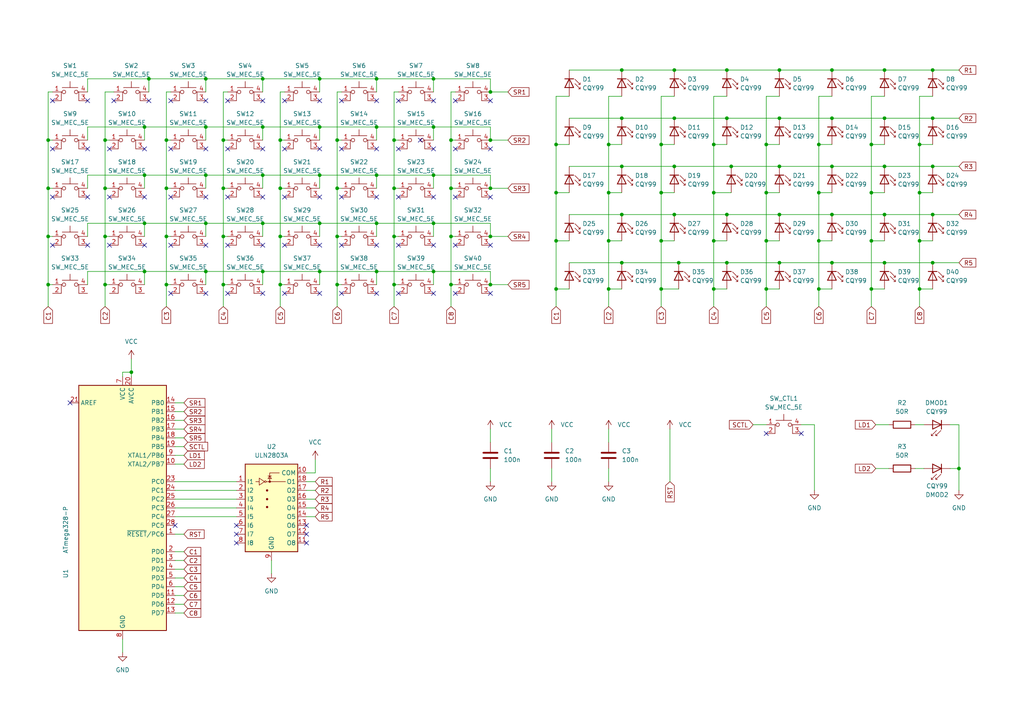
<source format=kicad_sch>
(kicad_sch (version 20230121) (generator eeschema)
  (paper "A4")
  (junction (at 207.01 83.82))
  (junction (at 142.24 40.64))
  (junction (at 92.71 36.83))
  (junction (at 237.49 55.88))
  (junction (at 237.49 41.91))
  (junction (at 125.73 78.74))
  (junction (at 48.26 40.64))
  (junction (at 114.3 68.58))
  (junction (at 97.79 54.61))
  (junction (at 97.79 68.58))
  (junction (at 76.2 50.8))
  (junction (at 176.53 83.82))
  (junction (at 13.97 82.55))
  (junction (at 252.73 83.82))
  (junction (at 81.28 68.58))
  (junction (at 191.77 41.91))
  (junction (at 180.34 34.29))
  (junction (at 130.81 82.55))
  (junction (at 161.29 83.82))
  (junction (at 125.73 64.77))
  (junction (at 180.34 20.32))
  (junction (at 76.2 36.83))
  (junction (at 125.73 22.86))
  (junction (at 114.3 54.61))
  (junction (at 125.73 36.83))
  (junction (at 270.51 20.32))
  (junction (at 76.2 64.77))
  (junction (at 270.51 34.29))
  (junction (at 161.29 69.85))
  (junction (at 210.82 76.2))
  (junction (at 59.69 36.83))
  (junction (at 212.09 48.26))
  (junction (at 142.24 54.61))
  (junction (at 241.3 48.26))
  (junction (at 207.01 69.85))
  (junction (at 76.2 22.86))
  (junction (at 226.06 34.29))
  (junction (at 195.58 48.26))
  (junction (at 270.51 62.23))
  (junction (at 76.2 78.74))
  (junction (at 210.82 20.32))
  (junction (at 109.22 36.83))
  (junction (at 207.01 41.91))
  (junction (at 109.22 22.86))
  (junction (at 161.29 55.88))
  (junction (at 241.3 62.23))
  (junction (at 180.34 62.23))
  (junction (at 191.77 83.82))
  (junction (at 195.58 20.32))
  (junction (at 30.48 54.61))
  (junction (at 210.82 34.29))
  (junction (at 13.97 40.64))
  (junction (at 81.28 40.64))
  (junction (at 41.91 78.74))
  (junction (at 38.1 107.95))
  (junction (at 92.71 64.77))
  (junction (at 109.22 78.74))
  (junction (at 64.77 68.58))
  (junction (at 13.97 68.58))
  (junction (at 237.49 83.82))
  (junction (at 130.81 54.61))
  (junction (at 256.54 48.26))
  (junction (at 13.97 54.61))
  (junction (at 266.7 55.88))
  (junction (at 191.77 69.85))
  (junction (at 41.91 50.8))
  (junction (at 142.24 68.58))
  (junction (at 81.28 54.61))
  (junction (at 252.73 69.85))
  (junction (at 222.25 83.82))
  (junction (at 176.53 69.85))
  (junction (at 222.25 55.88))
  (junction (at 92.71 22.86))
  (junction (at 64.77 40.64))
  (junction (at 59.69 78.74))
  (junction (at 114.3 40.64))
  (junction (at 195.58 62.23))
  (junction (at 270.51 76.2))
  (junction (at 226.06 62.23))
  (junction (at 130.81 68.58))
  (junction (at 142.24 82.55))
  (junction (at 59.69 64.77))
  (junction (at 41.91 36.83))
  (junction (at 256.54 34.29))
  (junction (at 114.3 82.55))
  (junction (at 241.3 34.29))
  (junction (at 241.3 20.32))
  (junction (at 191.77 55.88))
  (junction (at 142.24 26.67))
  (junction (at 92.71 50.8))
  (junction (at 125.73 50.8))
  (junction (at 207.01 55.88))
  (junction (at 48.26 54.61))
  (junction (at 30.48 40.64))
  (junction (at 241.3 76.2))
  (junction (at 92.71 78.74))
  (junction (at 266.7 83.82))
  (junction (at 196.85 76.2))
  (junction (at 256.54 76.2))
  (junction (at 161.29 41.91))
  (junction (at 266.7 41.91))
  (junction (at 180.34 76.2))
  (junction (at 59.69 50.8))
  (junction (at 252.73 41.91))
  (junction (at 278.13 135.89))
  (junction (at 130.81 40.64))
  (junction (at 81.28 82.55))
  (junction (at 64.77 82.55))
  (junction (at 97.79 40.64))
  (junction (at 222.25 41.91))
  (junction (at 48.26 68.58))
  (junction (at 256.54 20.32))
  (junction (at 176.53 41.91))
  (junction (at 43.18 22.86))
  (junction (at 97.79 82.55))
  (junction (at 195.58 34.29))
  (junction (at 256.54 62.23))
  (junction (at 180.34 48.26))
  (junction (at 41.91 64.77))
  (junction (at 226.06 48.26))
  (junction (at 226.06 20.32))
  (junction (at 237.49 69.85))
  (junction (at 48.26 82.55))
  (junction (at 210.82 62.23))
  (junction (at 59.69 22.86))
  (junction (at 270.51 48.26))
  (junction (at 266.7 69.85))
  (junction (at 109.22 64.77))
  (junction (at 30.48 82.55))
  (junction (at 222.25 69.85))
  (junction (at 109.22 50.8))
  (junction (at 252.73 55.88))
  (junction (at 226.06 76.2))
  (junction (at 30.48 68.58))
  (junction (at 64.77 54.61))
  (junction (at 176.53 55.88))
  (no_connect (at 50.8 152.4))
  (no_connect (at 99.06 85.09))
  (no_connect (at 109.22 85.09))
  (no_connect (at 92.71 85.09))
  (no_connect (at 82.55 85.09))
  (no_connect (at 115.57 85.09))
  (no_connect (at 125.73 85.09))
  (no_connect (at 142.24 85.09))
  (no_connect (at 132.08 85.09))
  (no_connect (at 20.32 116.84))
  (no_connect (at 49.53 85.09))
  (no_connect (at 59.69 85.09))
  (no_connect (at 66.04 85.09))
  (no_connect (at 76.2 85.09))
  (no_connect (at 66.04 43.18))
  (no_connect (at 76.2 43.18))
  (no_connect (at 31.75 43.18))
  (no_connect (at 41.91 43.18))
  (no_connect (at 99.06 43.18))
  (no_connect (at 109.22 43.18))
  (no_connect (at 115.57 43.18))
  (no_connect (at 99.06 29.21))
  (no_connect (at 59.69 43.18))
  (no_connect (at 109.22 29.21))
  (no_connect (at 115.57 29.21))
  (no_connect (at 125.73 43.18))
  (no_connect (at 132.08 43.18))
  (no_connect (at 142.24 57.15))
  (no_connect (at 125.73 57.15))
  (no_connect (at 142.24 71.12))
  (no_connect (at 125.73 71.12))
  (no_connect (at 132.08 57.15))
  (no_connect (at 132.08 71.12))
  (no_connect (at 115.57 71.12))
  (no_connect (at 109.22 57.15))
  (no_connect (at 115.57 57.15))
  (no_connect (at 99.06 71.12))
  (no_connect (at 59.69 71.12))
  (no_connect (at 109.22 71.12))
  (no_connect (at 59.69 57.15))
  (no_connect (at 99.06 57.15))
  (no_connect (at 49.53 43.18))
  (no_connect (at 49.53 57.15))
  (no_connect (at 41.91 57.15))
  (no_connect (at 31.75 57.15))
  (no_connect (at 25.4 43.18))
  (no_connect (at 15.24 43.18))
  (no_connect (at 25.4 57.15))
  (no_connect (at 15.24 57.15))
  (no_connect (at 15.24 71.12))
  (no_connect (at 25.4 71.12))
  (no_connect (at 31.75 71.12))
  (no_connect (at 41.91 71.12))
  (no_connect (at 49.53 71.12))
  (no_connect (at 121.92 40.64))
  (no_connect (at 125.73 29.21))
  (no_connect (at 142.24 29.21))
  (no_connect (at 142.24 43.18))
  (no_connect (at 132.08 29.21))
  (no_connect (at 66.04 29.21))
  (no_connect (at 76.2 29.21))
  (no_connect (at 82.55 43.18))
  (no_connect (at 82.55 29.21))
  (no_connect (at 49.53 29.21))
  (no_connect (at 43.18 29.21))
  (no_connect (at 33.02 29.21))
  (no_connect (at 92.71 57.15))
  (no_connect (at 82.55 57.15))
  (no_connect (at 76.2 57.15))
  (no_connect (at 66.04 57.15))
  (no_connect (at 92.71 43.18))
  (no_connect (at 92.71 29.21))
  (no_connect (at 59.69 29.21))
  (no_connect (at 92.71 71.12))
  (no_connect (at 82.55 71.12))
  (no_connect (at 76.2 71.12))
  (no_connect (at 66.04 71.12))
  (no_connect (at 15.24 29.21))
  (no_connect (at 25.4 29.21))
  (no_connect (at 232.41 125.73))
  (no_connect (at 222.25 125.73))
  (no_connect (at 88.9 157.48))
  (no_connect (at 88.9 152.4))
  (no_connect (at 88.9 154.94))
  (no_connect (at 68.58 154.94))
  (no_connect (at 68.58 152.4))
  (no_connect (at 68.58 157.48))
  (wire (pts (xy 266.7 69.85) (xy 266.7 55.88)))
  (wire (pts (xy 142.24 135.89) (xy 142.24 139.7)))
  (wire (pts (xy 125.73 36.83) (xy 125.73 40.64)))
  (wire (pts (xy 97.79 82.55) (xy 99.06 82.55)))
  (wire (pts (xy 92.71 78.74) (xy 92.71 82.55)))
  (wire (pts (xy 53.34 119.38) (xy 50.8 119.38)))
  (wire (pts (xy 256.54 34.29) (xy 270.51 34.29)))
  (wire (pts (xy 256.54 76.2) (xy 270.51 76.2)))
  (wire (pts (xy 97.79 68.58) (xy 99.06 68.58)))
  (wire (pts (xy 266.7 41.91) (xy 266.7 27.94)))
  (wire (pts (xy 59.69 36.83) (xy 59.69 40.64)))
  (wire (pts (xy 130.81 68.58) (xy 130.81 82.55)))
  (wire (pts (xy 212.09 48.26) (xy 226.06 48.26)))
  (wire (pts (xy 236.22 123.19) (xy 232.41 123.19)))
  (wire (pts (xy 114.3 40.64) (xy 115.57 40.64)))
  (wire (pts (xy 142.24 36.83) (xy 142.24 40.64)))
  (wire (pts (xy 130.81 26.67) (xy 130.81 40.64)))
  (wire (pts (xy 142.24 68.58) (xy 147.32 68.58)))
  (wire (pts (xy 222.25 41.91) (xy 222.25 27.94)))
  (wire (pts (xy 160.02 124.46) (xy 160.02 128.27)))
  (wire (pts (xy 41.91 36.83) (xy 41.91 40.64)))
  (wire (pts (xy 48.26 68.58) (xy 49.53 68.58)))
  (wire (pts (xy 161.29 69.85) (xy 161.29 83.82)))
  (wire (pts (xy 64.77 82.55) (xy 64.77 88.9)))
  (wire (pts (xy 210.82 83.82) (xy 207.01 83.82)))
  (wire (pts (xy 25.4 36.83) (xy 41.91 36.83)))
  (wire (pts (xy 97.79 54.61) (xy 97.79 68.58)))
  (wire (pts (xy 191.77 27.94) (xy 191.77 41.91)))
  (wire (pts (xy 48.26 68.58) (xy 48.26 82.55)))
  (wire (pts (xy 195.58 27.94) (xy 191.77 27.94)))
  (wire (pts (xy 81.28 82.55) (xy 82.55 82.55)))
  (wire (pts (xy 165.1 20.32) (xy 180.34 20.32)))
  (wire (pts (xy 194.31 124.46) (xy 194.31 139.7)))
  (wire (pts (xy 91.44 144.78) (xy 88.9 144.78)))
  (wire (pts (xy 50.8 162.56) (xy 53.34 162.56)))
  (wire (pts (xy 114.3 40.64) (xy 114.3 54.61)))
  (wire (pts (xy 50.8 167.64) (xy 53.34 167.64)))
  (wire (pts (xy 195.58 62.23) (xy 210.82 62.23)))
  (wire (pts (xy 125.73 78.74) (xy 125.73 82.55)))
  (wire (pts (xy 30.48 54.61) (xy 31.75 54.61)))
  (wire (pts (xy 97.79 40.64) (xy 97.79 54.61)))
  (wire (pts (xy 109.22 22.86) (xy 109.22 26.67)))
  (wire (pts (xy 25.4 78.74) (xy 41.91 78.74)))
  (wire (pts (xy 207.01 55.88) (xy 207.01 41.91)))
  (wire (pts (xy 30.48 26.67) (xy 30.48 40.64)))
  (wire (pts (xy 76.2 22.86) (xy 92.71 22.86)))
  (wire (pts (xy 48.26 40.64) (xy 49.53 40.64)))
  (wire (pts (xy 252.73 69.85) (xy 252.73 55.88)))
  (wire (pts (xy 180.34 20.32) (xy 195.58 20.32)))
  (wire (pts (xy 92.71 36.83) (xy 92.71 40.64)))
  (wire (pts (xy 237.49 69.85) (xy 241.3 69.85)))
  (wire (pts (xy 114.3 54.61) (xy 114.3 68.58)))
  (wire (pts (xy 207.01 83.82) (xy 207.01 88.9)))
  (wire (pts (xy 252.73 55.88) (xy 256.54 55.88)))
  (wire (pts (xy 25.4 82.55) (xy 25.4 78.74)))
  (wire (pts (xy 160.02 135.89) (xy 160.02 139.7)))
  (wire (pts (xy 76.2 50.8) (xy 76.2 54.61)))
  (wire (pts (xy 237.49 83.82) (xy 237.49 88.9)))
  (wire (pts (xy 64.77 54.61) (xy 66.04 54.61)))
  (wire (pts (xy 207.01 41.91) (xy 210.82 41.91)))
  (wire (pts (xy 256.54 83.82) (xy 252.73 83.82)))
  (wire (pts (xy 81.28 68.58) (xy 81.28 82.55)))
  (wire (pts (xy 91.44 137.16) (xy 91.44 133.35)))
  (wire (pts (xy 41.91 64.77) (xy 41.91 68.58)))
  (wire (pts (xy 222.25 69.85) (xy 222.25 55.88)))
  (wire (pts (xy 176.53 41.91) (xy 180.34 41.91)))
  (wire (pts (xy 91.44 147.32) (xy 88.9 147.32)))
  (wire (pts (xy 207.01 27.94) (xy 210.82 27.94)))
  (wire (pts (xy 109.22 78.74) (xy 125.73 78.74)))
  (wire (pts (xy 50.8 170.18) (xy 53.34 170.18)))
  (wire (pts (xy 30.48 82.55) (xy 31.75 82.55)))
  (wire (pts (xy 125.73 50.8) (xy 142.24 50.8)))
  (wire (pts (xy 256.54 48.26) (xy 270.51 48.26)))
  (wire (pts (xy 176.53 55.88) (xy 180.34 55.88)))
  (wire (pts (xy 25.4 50.8) (xy 41.91 50.8)))
  (wire (pts (xy 53.34 116.84) (xy 50.8 116.84)))
  (wire (pts (xy 142.24 22.86) (xy 142.24 26.67)))
  (wire (pts (xy 278.13 123.19) (xy 278.13 135.89)))
  (wire (pts (xy 252.73 83.82) (xy 252.73 88.9)))
  (wire (pts (xy 226.06 34.29) (xy 241.3 34.29)))
  (wire (pts (xy 99.06 26.67) (xy 97.79 26.67)))
  (wire (pts (xy 165.1 27.94) (xy 161.29 27.94)))
  (wire (pts (xy 15.24 26.67) (xy 13.97 26.67)))
  (wire (pts (xy 41.91 78.74) (xy 59.69 78.74)))
  (wire (pts (xy 92.71 64.77) (xy 92.71 68.58)))
  (wire (pts (xy 59.69 22.86) (xy 76.2 22.86)))
  (wire (pts (xy 53.34 124.46) (xy 50.8 124.46)))
  (wire (pts (xy 88.9 137.16) (xy 91.44 137.16)))
  (wire (pts (xy 50.8 139.7) (xy 68.58 139.7)))
  (wire (pts (xy 114.3 82.55) (xy 115.57 82.55)))
  (wire (pts (xy 92.71 64.77) (xy 109.22 64.77)))
  (wire (pts (xy 30.48 82.55) (xy 30.48 88.9)))
  (wire (pts (xy 142.24 78.74) (xy 142.24 82.55)))
  (wire (pts (xy 207.01 41.91) (xy 207.01 27.94)))
  (wire (pts (xy 81.28 68.58) (xy 82.55 68.58)))
  (wire (pts (xy 241.3 62.23) (xy 256.54 62.23)))
  (wire (pts (xy 25.4 54.61) (xy 25.4 50.8)))
  (wire (pts (xy 13.97 68.58) (xy 13.97 82.55)))
  (wire (pts (xy 48.26 82.55) (xy 48.26 88.9)))
  (wire (pts (xy 278.13 135.89) (xy 278.13 142.24)))
  (wire (pts (xy 91.44 142.24) (xy 88.9 142.24)))
  (wire (pts (xy 270.51 34.29) (xy 278.13 34.29)))
  (wire (pts (xy 13.97 40.64) (xy 13.97 54.61)))
  (wire (pts (xy 91.44 149.86) (xy 88.9 149.86)))
  (wire (pts (xy 142.24 124.46) (xy 142.24 128.27)))
  (wire (pts (xy 50.8 165.1) (xy 53.34 165.1)))
  (wire (pts (xy 161.29 83.82) (xy 165.1 83.82)))
  (wire (pts (xy 92.71 50.8) (xy 109.22 50.8)))
  (wire (pts (xy 226.06 20.32) (xy 241.3 20.32)))
  (wire (pts (xy 81.28 26.67) (xy 81.28 40.64)))
  (wire (pts (xy 109.22 22.86) (xy 125.73 22.86)))
  (wire (pts (xy 252.73 41.91) (xy 252.73 27.94)))
  (wire (pts (xy 191.77 69.85) (xy 195.58 69.85)))
  (wire (pts (xy 53.34 154.94) (xy 50.8 154.94)))
  (wire (pts (xy 142.24 82.55) (xy 147.32 82.55)))
  (wire (pts (xy 207.01 69.85) (xy 210.82 69.85)))
  (wire (pts (xy 97.79 40.64) (xy 99.06 40.64)))
  (wire (pts (xy 142.24 64.77) (xy 142.24 68.58)))
  (wire (pts (xy 195.58 34.29) (xy 210.82 34.29)))
  (wire (pts (xy 165.1 62.23) (xy 180.34 62.23)))
  (wire (pts (xy 92.71 50.8) (xy 92.71 54.61)))
  (wire (pts (xy 35.56 189.23) (xy 35.56 185.42)))
  (wire (pts (xy 191.77 83.82) (xy 191.77 88.9)))
  (wire (pts (xy 176.53 135.89) (xy 176.53 139.7)))
  (wire (pts (xy 125.73 22.86) (xy 142.24 22.86)))
  (wire (pts (xy 115.57 26.67) (xy 114.3 26.67)))
  (wire (pts (xy 59.69 22.86) (xy 59.69 26.67)))
  (wire (pts (xy 254 123.19) (xy 257.81 123.19)))
  (wire (pts (xy 176.53 41.91) (xy 176.53 55.88)))
  (wire (pts (xy 142.24 54.61) (xy 147.32 54.61)))
  (wire (pts (xy 237.49 55.88) (xy 237.49 41.91)))
  (wire (pts (xy 50.8 147.32) (xy 68.58 147.32)))
  (wire (pts (xy 237.49 83.82) (xy 237.49 69.85)))
  (wire (pts (xy 13.97 26.67) (xy 13.97 40.64)))
  (wire (pts (xy 91.44 139.7) (xy 88.9 139.7)))
  (wire (pts (xy 25.4 68.58) (xy 25.4 64.77)))
  (wire (pts (xy 50.8 149.86) (xy 68.58 149.86)))
  (wire (pts (xy 114.3 68.58) (xy 115.57 68.58)))
  (wire (pts (xy 114.3 82.55) (xy 114.3 88.9)))
  (wire (pts (xy 76.2 64.77) (xy 92.71 64.77)))
  (wire (pts (xy 130.81 54.61) (xy 132.08 54.61)))
  (wire (pts (xy 191.77 83.82) (xy 196.85 83.82)))
  (wire (pts (xy 30.48 40.64) (xy 31.75 40.64)))
  (wire (pts (xy 13.97 82.55) (xy 13.97 88.9)))
  (wire (pts (xy 109.22 64.77) (xy 125.73 64.77)))
  (wire (pts (xy 76.2 36.83) (xy 92.71 36.83)))
  (wire (pts (xy 41.91 50.8) (xy 59.69 50.8)))
  (wire (pts (xy 176.53 124.46) (xy 176.53 128.27)))
  (wire (pts (xy 30.48 68.58) (xy 30.48 82.55)))
  (wire (pts (xy 48.26 82.55) (xy 49.53 82.55)))
  (wire (pts (xy 30.48 40.64) (xy 30.48 54.61)))
  (wire (pts (xy 275.59 135.89) (xy 278.13 135.89)))
  (wire (pts (xy 237.49 41.91) (xy 241.3 41.91)))
  (wire (pts (xy 161.29 83.82) (xy 161.29 88.9)))
  (wire (pts (xy 176.53 69.85) (xy 176.53 83.82)))
  (wire (pts (xy 237.49 69.85) (xy 237.49 55.88)))
  (wire (pts (xy 278.13 20.32) (xy 270.51 20.32)))
  (wire (pts (xy 48.26 40.64) (xy 48.26 54.61)))
  (wire (pts (xy 132.08 26.67) (xy 130.81 26.67)))
  (wire (pts (xy 161.29 55.88) (xy 161.29 69.85)))
  (wire (pts (xy 64.77 54.61) (xy 64.77 68.58)))
  (wire (pts (xy 241.3 48.26) (xy 256.54 48.26)))
  (wire (pts (xy 142.24 26.67) (xy 147.32 26.67)))
  (wire (pts (xy 59.69 50.8) (xy 76.2 50.8)))
  (wire (pts (xy 265.43 135.89) (xy 267.97 135.89)))
  (wire (pts (xy 266.7 83.82) (xy 266.7 88.9)))
  (wire (pts (xy 76.2 64.77) (xy 76.2 68.58)))
  (wire (pts (xy 114.3 68.58) (xy 114.3 82.55)))
  (wire (pts (xy 125.73 36.83) (xy 142.24 36.83)))
  (wire (pts (xy 125.73 64.77) (xy 125.73 68.58)))
  (wire (pts (xy 130.81 82.55) (xy 130.81 88.9)))
  (wire (pts (xy 13.97 68.58) (xy 15.24 68.58)))
  (wire (pts (xy 191.77 55.88) (xy 195.58 55.88)))
  (wire (pts (xy 64.77 40.64) (xy 66.04 40.64)))
  (wire (pts (xy 41.91 50.8) (xy 41.91 54.61)))
  (wire (pts (xy 92.71 22.86) (xy 92.71 26.67)))
  (wire (pts (xy 180.34 34.29) (xy 195.58 34.29)))
  (wire (pts (xy 266.7 83.82) (xy 266.7 69.85)))
  (wire (pts (xy 254 135.89) (xy 257.81 135.89)))
  (wire (pts (xy 97.79 68.58) (xy 97.79 82.55)))
  (wire (pts (xy 59.69 78.74) (xy 76.2 78.74)))
  (wire (pts (xy 25.4 64.77) (xy 41.91 64.77)))
  (wire (pts (xy 64.77 26.67) (xy 64.77 40.64)))
  (wire (pts (xy 191.77 41.91) (xy 195.58 41.91)))
  (wire (pts (xy 59.69 36.83) (xy 76.2 36.83)))
  (wire (pts (xy 50.8 175.26) (xy 53.34 175.26)))
  (wire (pts (xy 130.81 40.64) (xy 130.81 54.61)))
  (wire (pts (xy 252.73 69.85) (xy 256.54 69.85)))
  (wire (pts (xy 76.2 78.74) (xy 76.2 82.55)))
  (wire (pts (xy 252.73 41.91) (xy 256.54 41.91)))
  (wire (pts (xy 76.2 22.86) (xy 76.2 26.67)))
  (wire (pts (xy 64.77 68.58) (xy 66.04 68.58)))
  (wire (pts (xy 265.43 123.19) (xy 267.97 123.19)))
  (wire (pts (xy 176.53 55.88) (xy 176.53 69.85)))
  (wire (pts (xy 210.82 76.2) (xy 226.06 76.2)))
  (wire (pts (xy 82.55 26.67) (xy 81.28 26.67)))
  (wire (pts (xy 50.8 142.24) (xy 68.58 142.24)))
  (wire (pts (xy 81.28 54.61) (xy 81.28 68.58)))
  (wire (pts (xy 64.77 40.64) (xy 64.77 54.61)))
  (wire (pts (xy 218.44 123.19) (xy 222.25 123.19)))
  (wire (pts (xy 266.7 41.91) (xy 270.51 41.91)))
  (wire (pts (xy 53.34 129.54) (xy 50.8 129.54)))
  (wire (pts (xy 241.3 83.82) (xy 237.49 83.82)))
  (wire (pts (xy 38.1 107.95) (xy 35.56 107.95)))
  (wire (pts (xy 30.48 54.61) (xy 30.48 68.58)))
  (wire (pts (xy 241.3 34.29) (xy 256.54 34.29)))
  (wire (pts (xy 161.29 69.85) (xy 165.1 69.85)))
  (wire (pts (xy 64.77 68.58) (xy 64.77 82.55)))
  (wire (pts (xy 109.22 64.77) (xy 109.22 68.58)))
  (wire (pts (xy 53.34 132.08) (xy 50.8 132.08)))
  (wire (pts (xy 142.24 50.8) (xy 142.24 54.61)))
  (wire (pts (xy 13.97 54.61) (xy 15.24 54.61)))
  (wire (pts (xy 165.1 76.2) (xy 180.34 76.2)))
  (wire (pts (xy 226.06 76.2) (xy 241.3 76.2)))
  (wire (pts (xy 176.53 83.82) (xy 180.34 83.82)))
  (wire (pts (xy 237.49 55.88) (xy 241.3 55.88)))
  (wire (pts (xy 92.71 36.83) (xy 109.22 36.83)))
  (wire (pts (xy 207.01 69.85) (xy 207.01 55.88)))
  (wire (pts (xy 97.79 54.61) (xy 99.06 54.61)))
  (wire (pts (xy 266.7 55.88) (xy 270.51 55.88)))
  (wire (pts (xy 13.97 82.55) (xy 15.24 82.55)))
  (wire (pts (xy 222.25 55.88) (xy 226.06 55.88)))
  (wire (pts (xy 109.22 36.83) (xy 125.73 36.83)))
  (wire (pts (xy 252.73 55.88) (xy 252.73 41.91)))
  (wire (pts (xy 76.2 50.8) (xy 92.71 50.8)))
  (wire (pts (xy 53.34 121.92) (xy 50.8 121.92)))
  (wire (pts (xy 191.77 41.91) (xy 191.77 55.88)))
  (wire (pts (xy 13.97 54.61) (xy 13.97 68.58)))
  (wire (pts (xy 130.81 82.55) (xy 132.08 82.55)))
  (wire (pts (xy 237.49 41.91) (xy 237.49 27.94)))
  (wire (pts (xy 222.25 69.85) (xy 226.06 69.85)))
  (wire (pts (xy 50.8 160.02) (xy 53.34 160.02)))
  (wire (pts (xy 81.28 40.64) (xy 81.28 54.61)))
  (wire (pts (xy 195.58 20.32) (xy 210.82 20.32)))
  (wire (pts (xy 25.4 22.86) (xy 43.18 22.86)))
  (wire (pts (xy 165.1 34.29) (xy 180.34 34.29)))
  (wire (pts (xy 161.29 41.91) (xy 161.29 55.88)))
  (wire (pts (xy 38.1 107.95) (xy 38.1 109.22)))
  (wire (pts (xy 43.18 22.86) (xy 59.69 22.86)))
  (wire (pts (xy 222.25 41.91) (xy 226.06 41.91)))
  (wire (pts (xy 256.54 62.23) (xy 270.51 62.23)))
  (wire (pts (xy 256.54 20.32) (xy 270.51 20.32)))
  (wire (pts (xy 278.13 48.26) (xy 270.51 48.26)))
  (wire (pts (xy 237.49 27.94) (xy 241.3 27.94)))
  (wire (pts (xy 176.53 27.94) (xy 176.53 41.91)))
  (wire (pts (xy 222.25 55.88) (xy 222.25 41.91)))
  (wire (pts (xy 92.71 22.86) (xy 109.22 22.86)))
  (wire (pts (xy 109.22 50.8) (xy 125.73 50.8)))
  (wire (pts (xy 130.81 40.64) (xy 132.08 40.64)))
  (wire (pts (xy 41.91 36.83) (xy 59.69 36.83)))
  (wire (pts (xy 114.3 26.67) (xy 114.3 40.64)))
  (wire (pts (xy 53.34 134.62) (xy 50.8 134.62)))
  (wire (pts (xy 125.73 26.67) (xy 125.73 22.86)))
  (wire (pts (xy 241.3 20.32) (xy 256.54 20.32)))
  (wire (pts (xy 226.06 83.82) (xy 222.25 83.82)))
  (wire (pts (xy 59.69 64.77) (xy 76.2 64.77)))
  (wire (pts (xy 180.34 48.26) (xy 195.58 48.26)))
  (wire (pts (xy 50.8 144.78) (xy 68.58 144.78)))
  (wire (pts (xy 180.34 27.94) (xy 176.53 27.94)))
  (wire (pts (xy 109.22 78.74) (xy 109.22 82.55)))
  (wire (pts (xy 92.71 78.74) (xy 109.22 78.74)))
  (wire (pts (xy 76.2 78.74) (xy 92.71 78.74)))
  (wire (pts (xy 207.01 55.88) (xy 212.09 55.88)))
  (wire (pts (xy 176.53 69.85) (xy 180.34 69.85)))
  (wire (pts (xy 241.3 76.2) (xy 256.54 76.2)))
  (wire (pts (xy 97.79 26.67) (xy 97.79 40.64)))
  (wire (pts (xy 109.22 50.8) (xy 109.22 54.61)))
  (wire (pts (xy 278.13 123.19) (xy 275.59 123.19)))
  (wire (pts (xy 252.73 27.94) (xy 256.54 27.94)))
  (wire (pts (xy 81.28 54.61) (xy 82.55 54.61)))
  (wire (pts (xy 30.48 68.58) (xy 31.75 68.58)))
  (wire (pts (xy 196.85 76.2) (xy 210.82 76.2)))
  (wire (pts (xy 226.06 48.26) (xy 241.3 48.26)))
  (wire (pts (xy 33.02 26.67) (xy 30.48 26.67)))
  (wire (pts (xy 13.97 40.64) (xy 15.24 40.64)))
  (wire (pts (xy 222.25 83.82) (xy 222.25 88.9)))
  (wire (pts (xy 25.4 40.64) (xy 25.4 36.83)))
  (wire (pts (xy 222.25 27.94) (xy 226.06 27.94)))
  (wire (pts (xy 35.56 107.95) (xy 35.56 109.22)))
  (wire (pts (xy 66.04 26.67) (xy 64.77 26.67)))
  (wire (pts (xy 43.18 22.86) (xy 43.18 26.67)))
  (wire (pts (xy 25.4 22.86) (xy 25.4 26.67)))
  (wire (pts (xy 59.69 64.77) (xy 59.69 68.58)))
  (wire (pts (xy 81.28 82.55) (xy 81.28 88.9)))
  (wire (pts (xy 76.2 36.83) (xy 76.2 40.64)))
  (wire (pts (xy 97.79 82.55) (xy 97.79 88.9)))
  (wire (pts (xy 266.7 27.94) (xy 270.51 27.94)))
  (wire (pts (xy 270.51 83.82) (xy 266.7 83.82)))
  (wire (pts (xy 41.91 64.77) (xy 59.69 64.77)))
  (wire (pts (xy 180.34 76.2) (xy 196.85 76.2)))
  (wire (pts (xy 236.22 123.19) (xy 236.22 142.24)))
  (wire (pts (xy 142.24 40.64) (xy 147.32 40.64)))
  (wire (pts (xy 222.25 83.82) (xy 222.25 69.85)))
  (wire (pts (xy 81.28 40.64) (xy 82.55 40.64)))
  (wire (pts (xy 48.26 54.61) (xy 49.53 54.61)))
  (wire (pts (xy 59.69 50.8) (xy 59.69 54.61)))
  (wire (pts (xy 49.53 26.67) (xy 48.26 26.67)))
  (wire (pts (xy 50.8 172.72) (xy 53.34 172.72)))
  (wire (pts (xy 161.29 41.91) (xy 165.1 41.91)))
  (wire (pts (xy 132.08 68.58) (xy 130.81 68.58)))
  (wire (pts (xy 64.77 82.55) (xy 66.04 82.55)))
  (wire (pts (xy 125.73 50.8) (xy 125.73 54.61)))
  (wire (pts (xy 161.29 27.94) (xy 161.29 41.91)))
  (wire (pts (xy 226.06 62.23) (xy 241.3 62.23)))
  (wire (pts (xy 161.29 55.88) (xy 165.1 55.88)))
  (wire (pts (xy 252.73 83.82) (xy 252.73 69.85)))
  (wire (pts (xy 210.82 62.23) (xy 226.06 62.23)))
  (wire (pts (xy 191.77 69.85) (xy 191.77 83.82)))
  (wire (pts (xy 53.34 127) (xy 50.8 127)))
  (wire (pts (xy 78.74 166.37) (xy 78.74 162.56)))
  (wire (pts (xy 210.82 20.32) (xy 226.06 20.32)))
  (wire (pts (xy 125.73 78.74) (xy 142.24 78.74)))
  (wire (pts (xy 125.73 64.77) (xy 142.24 64.77)))
  (wire (pts (xy 180.34 62.23) (xy 195.58 62.23)))
  (wire (pts (xy 38.1 104.14) (xy 38.1 107.95)))
  (wire (pts (xy 207.01 83.82) (xy 207.01 69.85)))
  (wire (pts (xy 266.7 55.88) (xy 266.7 41.91)))
  (wire (pts (xy 266.7 69.85) (xy 270.51 69.85)))
  (wire (pts (xy 114.3 54.61) (xy 115.57 54.61)))
  (wire (pts (xy 210.82 34.29) (xy 226.06 34.29)))
  (wire (pts (xy 50.8 177.8) (xy 53.34 177.8)))
  (wire (pts (xy 48.26 26.67) (xy 48.26 40.64)))
  (wire (pts (xy 59.69 78.74) (xy 59.69 82.55)))
  (wire (pts (xy 195.58 48.26) (xy 212.09 48.26)))
  (wire (pts (xy 278.13 62.23) (xy 270.51 62.23)))
  (wire (pts (xy 130.81 54.61) (xy 130.81 68.58)))
  (wire (pts (xy 109.22 36.83) (xy 109.22 40.64)))
  (wire (pts (xy 165.1 48.26) (xy 180.34 48.26)))
  (wire (pts (xy 41.91 78.74) (xy 41.91 82.55)))
  (wire (pts (xy 48.26 54.61) (xy 48.26 68.58)))
  (wire (pts (xy 176.53 83.82) (xy 176.53 88.9)))
  (wire (pts (xy 270.51 76.2) (xy 278.13 76.2)))
  (wire (pts (xy 191.77 55.88) (xy 191.77 69.85)))
  (global_label "C8" (shape input) (at 130.81 88.9 270) (property "Intersheetrefs" "${INTERSHEET_REFS}" (effects hide)))
  (global_label "LD2" (shape input) (at 53.34 134.62 0) (property "Intersheetrefs" "${INTERSHEET_REFS}" (effects hide)))
  (global_label "C1" (shape input) (at 161.29 88.9 270) (property "Intersheetrefs" "${INTERSHEET_REFS}" (effects hide)))
  (global_label "C4" (shape input) (at 207.01 88.9 270) (property "Intersheetrefs" "${INTERSHEET_REFS}" (effects hide)))
  (global_label "R5" (shape input) (at 91.44 149.86 0) (property "Intersheetrefs" "${INTERSHEET_REFS}" (effects hide)))
  (global_label "R3" (shape input) (at 278.13 48.26 0) (property "Intersheetrefs" "${INTERSHEET_REFS}" (effects hide)))
  (global_label "R2" (shape input) (at 278.13 34.29 0) (property "Intersheetrefs" "${INTERSHEET_REFS}" (effects hide)))
  (global_label "C8" (shape input) (at 266.7 88.9 270) (property "Intersheetrefs" "${INTERSHEET_REFS}" (effects hide)))
  (global_label "SR5" (shape input) (at 147.32 82.55 0) (property "Intersheetrefs" "${INTERSHEET_REFS}" (effects hide)))
  (global_label "SR1" (shape input) (at 53.34 116.84 0) (property "Intersheetrefs" "${INTERSHEET_REFS}" (effects hide)))
  (global_label "SR4" (shape input) (at 53.34 124.46 0) (property "Intersheetrefs" "${INTERSHEET_REFS}" (effects hide)))
  (global_label "C6" (shape input) (at 53.34 172.72 0) (property "Intersheetrefs" "${INTERSHEET_REFS}" (effects hide)))
  (global_label "C2" (shape input) (at 53.34 162.56 0) (property "Intersheetrefs" "${INTERSHEET_REFS}" (effects hide)))
  (global_label "C5" (shape input) (at 222.25 88.9 270) (property "Intersheetrefs" "${INTERSHEET_REFS}" (effects hide)))
  (global_label "R1" (shape input) (at 278.13 20.32 0) (property "Intersheetrefs" "${INTERSHEET_REFS}" (effects hide)))
  (global_label "R3" (shape input) (at 91.44 144.78 0) (property "Intersheetrefs" "${INTERSHEET_REFS}" (effects hide)))
  (global_label "SCTL" (shape input) (at 218.44 123.19 180) (property "Intersheetrefs" "${INTERSHEET_REFS}" (effects hide)))
  (global_label "C5" (shape input) (at 53.34 170.18 0) (property "Intersheetrefs" "${INTERSHEET_REFS}" (effects hide)))
  (global_label "C3" (shape input) (at 191.77 88.9 270) (property "Intersheetrefs" "${INTERSHEET_REFS}" (effects hide)))
  (global_label "SR2" (shape input) (at 53.34 119.38 0) (property "Intersheetrefs" "${INTERSHEET_REFS}" (effects hide)))
  (global_label "SR5" (shape input) (at 53.34 127 0) (property "Intersheetrefs" "${INTERSHEET_REFS}" (effects hide)))
  (global_label "C7" (shape input) (at 53.34 175.26 0) (property "Intersheetrefs" "${INTERSHEET_REFS}" (effects hide)))
  (global_label "R4" (shape input) (at 91.44 147.32 0) (property "Intersheetrefs" "${INTERSHEET_REFS}" (effects hide)))
  (global_label "LD1" (shape input) (at 254 123.19 180) (property "Intersheetrefs" "${INTERSHEET_REFS}" (effects hide)))
  (global_label "C4" (shape input) (at 53.34 167.64 0) (property "Intersheetrefs" "${INTERSHEET_REFS}" (effects hide)))
  (global_label "SR3" (shape input) (at 53.34 121.92 0) (property "Intersheetrefs" "${INTERSHEET_REFS}" (effects hide)))
  (global_label "C5" (shape input) (at 81.28 88.9 270) (property "Intersheetrefs" "${INTERSHEET_REFS}" (effects hide)))
  (global_label "C1" (shape input) (at 13.97 88.9 270) (property "Intersheetrefs" "${INTERSHEET_REFS}" (effects hide)))
  (global_label "C6" (shape input) (at 237.49 88.9 270) (property "Intersheetrefs" "${INTERSHEET_REFS}" (effects hide)))
  (global_label "RST" (shape input) (at 194.31 139.7 270) (property "Intersheetrefs" "${INTERSHEET_REFS}" (effects hide)))
  (global_label "C8" (shape input) (at 53.34 177.8 0) (property "Intersheetrefs" "${INTERSHEET_REFS}" (effects hide)))
  (global_label "R4" (shape input) (at 278.13 62.23 0) (property "Intersheetrefs" "${INTERSHEET_REFS}" (effects hide)))
  (global_label "SR1" (shape input) (at 147.32 26.67 0) (property "Intersheetrefs" "${INTERSHEET_REFS}" (effects hide)))
  (global_label "R2" (shape input) (at 91.44 142.24 0) (property "Intersheetrefs" "${INTERSHEET_REFS}" (effects hide)))
  (global_label "C7" (shape input) (at 252.73 88.9 270) (property "Intersheetrefs" "${INTERSHEET_REFS}" (effects hide)))
  (global_label "C4" (shape input) (at 64.77 88.9 270) (property "Intersheetrefs" "${INTERSHEET_REFS}" (effects hide)))
  (global_label "SCTL" (shape input) (at 53.34 129.54 0) (property "Intersheetrefs" "${INTERSHEET_REFS}" (effects hide)))
  (global_label "C2" (shape input) (at 30.48 88.9 270) (property "Intersheetrefs" "${INTERSHEET_REFS}" (effects hide)))
  (global_label "R5" (shape input) (at 278.13 76.2 0) (property "Intersheetrefs" "${INTERSHEET_REFS}" (effects hide)))
  (global_label "C3" (shape input) (at 53.34 165.1 0) (property "Intersheetrefs" "${INTERSHEET_REFS}" (effects hide)))
  (global_label "C1" (shape input) (at 53.34 160.02 0) (property "Intersheetrefs" "${INTERSHEET_REFS}" (effects hide)))
  (global_label "C3" (shape input) (at 48.26 88.9 270) (property "Intersheetrefs" "${INTERSHEET_REFS}" (effects hide)))
  (global_label "SR4" (shape input) (at 147.32 68.58 0) (property "Intersheetrefs" "${INTERSHEET_REFS}" (effects hide)))
  (global_label "LD2" (shape input) (at 254 135.89 180) (property "Intersheetrefs" "${INTERSHEET_REFS}" (effects hide)))
  (global_label "R1" (shape input) (at 91.44 139.7 0) (property "Intersheetrefs" "${INTERSHEET_REFS}" (effects hide)))
  (global_label "C6" (shape input) (at 97.79 88.9 270) (property "Intersheetrefs" "${INTERSHEET_REFS}" (effects hide)))
  (global_label "C7" (shape input) (at 114.3 88.9 270) (property "Intersheetrefs" "${INTERSHEET_REFS}" (effects hide)))
  (global_label "SR3" (shape input) (at 147.32 54.61 0) (property "Intersheetrefs" "${INTERSHEET_REFS}" (effects hide)))
  (global_label "LD1" (shape input) (at 53.34 132.08 0) (property "Intersheetrefs" "${INTERSHEET_REFS}" (effects hide)))
  (global_label "RST" (shape input) (at 53.34 154.94 0) (property "Intersheetrefs" "${INTERSHEET_REFS}" (effects hide)))
  (global_label "C2" (shape input) (at 176.53 88.9 270) (property "Intersheetrefs" "${INTERSHEET_REFS}" (effects hide)))
  (global_label "SR2" (shape input) (at 147.32 40.64 0) (property "Intersheetrefs" "${INTERSHEET_REFS}" (effects hide)))
  (symbol (lib_id "Switch:SW_MEC_5E") (at 137.16 43.18 0) (unit 1)
    (property "Reference" "SW16" (at 137.16 33.02 0))
    (property "Value" "SW_MEC_5E" (at 137.16 35.56 0))
    (property "Footprint" "kicad_footprints:SW_PUSH_6mm_H5mm" (effects hide))
    (property "Datasheet" "http://www.apem.com/int/index.php?controller=attachment&id_attachment=1371" (effects hide))
  )
  (symbol (lib_id "Switch:SW_MEC_5E") (at 120.65 57.15 0) (unit 1)
    (property "Reference" "SW23" (at 120.65 46.99 0))
    (property "Value" "SW_MEC_5E" (at 120.65 49.53 0))
    (property "Footprint" "kicad_footprints:SW_PUSH_6mm_H5mm" (effects hide))
    (property "Datasheet" "http://www.apem.com/int/index.php?controller=attachment&id_attachment=1371" (effects hide))
  )
  (symbol (lib_id "power:VCC") (at 176.53 124.46 0) (unit 1)
    (property "Reference" "#PWR0112" (effects hide))
    (property "Value" "VCC" (at 179.07 123.1899 0) (effects (justify left)))
  )
  (symbol (lib_id "LED:CQY99") (at 241.3 25.4 270) (unit 1)
    (property "Reference" "D6" (at 245.11 22.9869 90) (effects (justify left)))
    (property "Value" "CQY99" (at 245.11 25.5269 90) (effects (justify left)))
    (property "Footprint" "LED_THT:LED_D5.0mm" (effects hide))
    (property "Datasheet" "https://www.prtice.info/IMG/pdf/CQY99.pdf" (effects hide))
  )
  (symbol (lib_id "Switch:SW_MEC_5E") (at 120.65 43.18 0) (unit 1)
    (property "Reference" "SW15" (at 120.65 33.02 0))
    (property "Value" "SW_MEC_5E" (at 120.65 35.56 0))
    (property "Footprint" "kicad_footprints:SW_PUSH_6mm_H5mm" (effects hide))
    (property "Datasheet" "http://www.apem.com/int/index.php?controller=attachment&id_attachment=1371" (effects hide))
  )
  (symbol (lib_id "Switch:SW_MEC_5E") (at 71.12 43.18 0) (unit 1)
    (property "Reference" "SW12" (at 71.12 33.02 0))
    (property "Value" "SW_MEC_5E" (at 71.12 35.56 0))
    (property "Footprint" "kicad_footprints:SW_PUSH_6mm_H5mm" (effects hide))
    (property "Datasheet" "http://www.apem.com/int/index.php?controller=attachment&id_attachment=1371" (effects hide))
  )
  (symbol (lib_id "power:GND") (at 236.22 142.24 0) (unit 1)
    (property "Reference" "#PWR0108" (effects hide))
    (property "Value" "GND" (at 236.22 147.32 0))
  )
  (symbol (lib_id "Switch:SW_MEC_5E") (at 20.32 43.18 0) (unit 1)
    (property "Reference" "SW9" (at 20.32 33.02 0))
    (property "Value" "SW_MEC_5E" (at 20.32 35.56 0))
    (property "Footprint" "kicad_footprints:SW_PUSH_6mm_H5mm" (effects hide))
    (property "Datasheet" "http://www.apem.com/int/index.php?controller=attachment&id_attachment=1371" (effects hide))
  )
  (symbol (lib_id "Switch:SW_MEC_5E") (at 71.12 85.09 0) (unit 1)
    (property "Reference" "SW36" (at 71.12 74.93 0))
    (property "Value" "SW_MEC_5E" (at 71.12 77.47 0))
    (property "Footprint" "kicad_footprints:SW_PUSH_6mm_H5mm" (effects hide))
    (property "Datasheet" "http://www.apem.com/int/index.php?controller=attachment&id_attachment=1371" (effects hide))
  )
  (symbol (lib_id "LED:CQY99") (at 210.82 81.28 270) (unit 1)
    (property "Reference" "D36" (at 214.63 78.8669 90) (effects (justify left)))
    (property "Value" "CQY99" (at 214.63 81.4069 90) (effects (justify left)))
    (property "Footprint" "LED_THT:LED_D5.0mm" (effects hide))
    (property "Datasheet" "https://www.prtice.info/IMG/pdf/CQY99.pdf" (effects hide))
  )
  (symbol (lib_id "LED:CQY99") (at 165.1 53.34 270) (unit 1)
    (property "Reference" "D17" (at 168.91 50.9269 90) (effects (justify left)))
    (property "Value" "CQY99" (at 168.91 53.4669 90) (effects (justify left)))
    (property "Footprint" "LED_THT:LED_D5.0mm" (effects hide))
    (property "Datasheet" "https://www.prtice.info/IMG/pdf/CQY99.pdf" (effects hide))
  )
  (symbol (lib_id "LED:CQY99") (at 165.1 81.28 270) (unit 1)
    (property "Reference" "D33" (at 168.91 78.8669 90) (effects (justify left)))
    (property "Value" "CQY99" (at 168.91 81.4069 90) (effects (justify left)))
    (property "Footprint" "LED_THT:LED_D5.0mm" (effects hide))
    (property "Datasheet" "https://www.prtice.info/IMG/pdf/CQY99.pdf" (effects hide))
  )
  (symbol (lib_id "LED:CQY99") (at 256.54 53.34 270) (unit 1)
    (property "Reference" "D23" (at 260.35 50.9269 90) (effects (justify left)))
    (property "Value" "CQY99" (at 260.35 53.4669 90) (effects (justify left)))
    (property "Footprint" "LED_THT:LED_D5.0mm" (effects hide))
    (property "Datasheet" "https://www.prtice.info/IMG/pdf/CQY99.pdf" (effects hide))
  )
  (symbol (lib_id "Device:R") (at 261.62 123.19 270) (unit 1)
    (property "Reference" "R2" (at 261.62 116.84 90))
    (property "Value" "50R" (at 261.62 119.38 90))
    (property "Footprint" "Resistor_THT:R_Axial_DIN0207_L6.3mm_D2.5mm_P7.62mm_Horizontal" (effects hide))
  )
  (symbol (lib_id "Switch:SW_MEC_5E") (at 71.12 29.21 0) (unit 1)
    (property "Reference" "SW4" (at 71.12 19.05 0))
    (property "Value" "SW_MEC_5E" (at 71.12 21.59 0))
    (property "Footprint" "kicad_footprints:SW_PUSH_6mm_H5mm" (effects hide))
    (property "Datasheet" "http://www.apem.com/int/index.php?controller=attachment&id_attachment=1371" (effects hide))
  )
  (symbol (lib_id "MCU_Microchip_ATmega:ATmega328-P") (at 35.56 147.32 0) (unit 1)
    (property "Reference" "U1" (at 19.05 166.37 90))
    (property "Value" "ATmega328-P" (at 19.05 153.67 90))
    (property "Footprint" "Package_DIP:DIP-28_W7.62mm" (effects hide))
    (property "Datasheet" "http://ww1.microchip.com/downloads/en/DeviceDoc/ATmega328_P%20AVR%20MCU%20with%20picoPower%20Technology%20Data%20Sheet%2040001984A.pdf" (effects hide))
  )
  (symbol (lib_id "LED:CQY99") (at 241.3 53.34 270) (unit 1)
    (property "Reference" "D22" (at 245.11 50.9269 90) (effects (justify left)))
    (property "Value" "CQY99" (at 245.11 53.4669 90) (effects (justify left)))
    (property "Footprint" "LED_THT:LED_D5.0mm" (effects hide))
    (property "Datasheet" "https://www.prtice.info/IMG/pdf/CQY99.pdf" (effects hide))
  )
  (symbol (lib_id "power:VCC") (at 194.31 124.46 0) (unit 1)
    (property "Reference" "#PWR0103" (effects hide))
    (property "Value" "VCC" (at 196.85 123.1899 0) (effects (justify left)))
  )
  (symbol (lib_id "Switch:SW_MEC_5E") (at 104.14 85.09 0) (unit 1)
    (property "Reference" "SW38" (at 104.14 74.93 0))
    (property "Value" "SW_MEC_5E" (at 104.14 77.47 0))
    (property "Footprint" "kicad_footprints:SW_PUSH_6mm_H5mm" (effects hide))
    (property "Datasheet" "http://www.apem.com/int/index.php?controller=attachment&id_attachment=1371" (effects hide))
  )
  (symbol (lib_id "LED:CQY99") (at 195.58 39.37 270) (unit 1)
    (property "Reference" "D11" (at 199.39 36.9569 90) (effects (justify left)))
    (property "Value" "CQY99" (at 199.39 39.4969 90) (effects (justify left)))
    (property "Footprint" "LED_THT:LED_D5.0mm" (effects hide))
    (property "Datasheet" "https://www.prtice.info/IMG/pdf/CQY99.pdf" (effects hide))
  )
  (symbol (lib_id "LED:CQY99") (at 195.58 25.4 270) (unit 1)
    (property "Reference" "D3" (at 199.39 22.9869 90) (effects (justify left)))
    (property "Value" "CQY99" (at 199.39 25.5269 90) (effects (justify left)))
    (property "Footprint" "LED_THT:LED_D5.0mm" (effects hide))
    (property "Datasheet" "https://www.prtice.info/IMG/pdf/CQY99.pdf" (effects hide))
  )
  (symbol (lib_id "Switch:SW_MEC_5E") (at 227.33 125.73 0) (unit 1)
    (property "Reference" "SW_CTL1" (at 227.33 115.57 0))
    (property "Value" "SW_MEC_5E" (at 227.33 118.11 0))
    (property "Footprint" "kicad_footprints:SW_PUSH_6mm_H5mm" (effects hide))
    (property "Datasheet" "http://www.apem.com/int/index.php?controller=attachment&id_attachment=1371" (effects hide))
  )
  (symbol (lib_id "Switch:SW_MEC_5E") (at 87.63 29.21 0) (unit 1)
    (property "Reference" "SW5" (at 87.63 19.05 0))
    (property "Value" "SW_MEC_5E" (at 87.63 21.59 0))
    (property "Footprint" "kicad_footprints:SW_PUSH_6mm_H5mm" (effects hide))
    (property "Datasheet" "http://www.apem.com/int/index.php?controller=attachment&id_attachment=1371" (effects hide))
  )
  (symbol (lib_id "LED:CQY99") (at 270.51 25.4 270) (unit 1)
    (property "Reference" "D8" (at 274.32 22.9869 90) (effects (justify left)))
    (property "Value" "CQY99" (at 274.32 25.5269 90) (effects (justify left)))
    (property "Footprint" "LED_THT:LED_D5.0mm" (effects hide))
    (property "Datasheet" "https://www.prtice.info/IMG/pdf/CQY99.pdf" (effects hide))
  )
  (symbol (lib_id "Switch:SW_MEC_5E") (at 54.61 71.12 0) (unit 1)
    (property "Reference" "SW27" (at 54.61 60.96 0))
    (property "Value" "SW_MEC_5E" (at 54.61 63.5 0))
    (property "Footprint" "kicad_footprints:SW_PUSH_6mm_H5mm" (effects hide))
    (property "Datasheet" "http://www.apem.com/int/index.php?controller=attachment&id_attachment=1371" (effects hide))
  )
  (symbol (lib_id "LED:CQY99") (at 180.34 67.31 270) (unit 1)
    (property "Reference" "D26" (at 184.15 64.8969 90) (effects (justify left)))
    (property "Value" "CQY99" (at 184.15 67.4369 90) (effects (justify left)))
    (property "Footprint" "LED_THT:LED_D5.0mm" (effects hide))
    (property "Datasheet" "https://www.prtice.info/IMG/pdf/CQY99.pdf" (effects hide))
  )
  (symbol (lib_id "LED:CQY99") (at 256.54 81.28 270) (unit 1)
    (property "Reference" "D39" (at 260.35 78.8669 90) (effects (justify left)))
    (property "Value" "CQY99" (at 260.35 81.4069 90) (effects (justify left)))
    (property "Footprint" "LED_THT:LED_D5.0mm" (effects hide))
    (property "Datasheet" "https://www.prtice.info/IMG/pdf/CQY99.pdf" (effects hide))
  )
  (symbol (lib_id "power:GND") (at 160.02 139.7 0) (unit 1)
    (property "Reference" "#PWR0110" (effects hide))
    (property "Value" "GND" (at 160.02 144.78 0))
  )
  (symbol (lib_id "LED:CQY99") (at 241.3 39.37 270) (unit 1)
    (property "Reference" "D14" (at 245.11 36.9569 90) (effects (justify left)))
    (property "Value" "CQY99" (at 245.11 39.4969 90) (effects (justify left)))
    (property "Footprint" "LED_THT:LED_D5.0mm" (effects hide))
    (property "Datasheet" "https://www.prtice.info/IMG/pdf/CQY99.pdf" (effects hide))
  )
  (symbol (lib_id "LED:CQY99") (at 165.1 39.37 270) (unit 1)
    (property "Reference" "D9" (at 168.91 36.9569 90) (effects (justify left)))
    (property "Value" "CQY99" (at 168.91 39.4969 90) (effects (justify left)))
    (property "Footprint" "LED_THT:LED_D5.0mm" (effects hide))
    (property "Datasheet" "https://www.prtice.info/IMG/pdf/CQY99.pdf" (effects hide))
  )
  (symbol (lib_id "LED:CQY99") (at 270.51 53.34 270) (unit 1)
    (property "Reference" "D24" (at 274.32 50.9269 90) (effects (justify left)))
    (property "Value" "CQY99" (at 274.32 53.4669 90) (effects (justify left)))
    (property "Footprint" "LED_THT:LED_D5.0mm" (effects hide))
    (property "Datasheet" "https://www.prtice.info/IMG/pdf/CQY99.pdf" (effects hide))
  )
  (symbol (lib_id "power:GND") (at 278.13 142.24 0) (unit 1)
    (property "Reference" "#PWR0111" (effects hide))
    (property "Value" "GND" (at 278.13 147.32 0))
  )
  (symbol (lib_id "LED:CQY99") (at 256.54 39.37 270) (unit 1)
    (property "Reference" "D15" (at 260.35 36.9569 90) (effects (justify left)))
    (property "Value" "CQY99" (at 260.35 39.4969 90) (effects (justify left)))
    (property "Footprint" "LED_THT:LED_D5.0mm" (effects hide))
    (property "Datasheet" "https://www.prtice.info/IMG/pdf/CQY99.pdf" (effects hide))
  )
  (symbol (lib_id "power:VCC") (at 142.24 124.46 0) (unit 1)
    (property "Reference" "#PWR0102" (effects hide))
    (property "Value" "VCC" (at 144.78 123.1899 0) (effects (justify left)))
  )
  (symbol (lib_id "LED:CQY99") (at 195.58 67.31 270) (unit 1)
    (property "Reference" "D27" (at 199.39 64.8969 90) (effects (justify left)))
    (property "Value" "CQY99" (at 199.39 67.4369 90) (effects (justify left)))
    (property "Footprint" "LED_THT:LED_D5.0mm" (effects hide))
    (property "Datasheet" "https://www.prtice.info/IMG/pdf/CQY99.pdf" (effects hide))
  )
  (symbol (lib_id "LED:CQY99") (at 226.06 81.28 270) (unit 1)
    (property "Reference" "D37" (at 229.87 78.8669 90) (effects (justify left)))
    (property "Value" "CQY99" (at 229.87 81.4069 90) (effects (justify left)))
    (property "Footprint" "LED_THT:LED_D5.0mm" (effects hide))
    (property "Datasheet" "https://www.prtice.info/IMG/pdf/CQY99.pdf" (effects hide))
  )
  (symbol (lib_id "Device:R") (at 261.62 135.89 270) (unit 1)
    (property "Reference" "R3" (at 261.62 129.54 90))
    (property "Value" "50R" (at 261.62 132.08 90))
    (property "Footprint" "Resistor_THT:R_Axial_DIN0207_L6.3mm_D2.5mm_P7.62mm_Horizontal" (effects hide))
  )
  (symbol (lib_id "Switch:SW_MEC_5E") (at 71.12 71.12 0) (unit 1)
    (property "Reference" "SW28" (at 71.12 60.96 0))
    (property "Value" "SW_MEC_5E" (at 71.12 63.5 0))
    (property "Footprint" "kicad_footprints:SW_PUSH_6mm_H5mm" (effects hide))
    (property "Datasheet" "http://www.apem.com/int/index.php?controller=attachment&id_attachment=1371" (effects hide))
  )
  (symbol (lib_id "power:GND") (at 142.24 139.7 0) (unit 1)
    (property "Reference" "#PWR0101" (effects hide))
    (property "Value" "GND" (at 142.24 144.78 0))
  )
  (symbol (lib_id "Device:C") (at 176.53 132.08 0) (unit 1)
    (property "Reference" "C3" (at 180.34 130.8099 0) (effects (justify left)))
    (property "Value" "100n" (at 180.34 133.3499 0) (effects (justify left)))
    (property "Footprint" "Capacitor_THT:C_Rect_L4.6mm_W2.0mm_P2.50mm_MKS02_FKP02" (effects hide))
  )
  (symbol (lib_id "Switch:SW_MEC_5E") (at 36.83 85.09 0) (unit 1)
    (property "Reference" "SW34" (at 36.83 74.93 0))
    (property "Value" "SW_MEC_5E" (at 36.83 77.47 0))
    (property "Footprint" "kicad_footprints:SW_PUSH_6mm_H5mm" (effects hide))
    (property "Datasheet" "http://www.apem.com/int/index.php?controller=attachment&id_attachment=1371" (effects hide))
  )
  (symbol (lib_id "Switch:SW_MEC_5E") (at 137.16 71.12 0) (unit 1)
    (property "Reference" "SW32" (at 137.16 60.96 0))
    (property "Value" "SW_MEC_5E" (at 137.16 63.5 0))
    (property "Footprint" "kicad_footprints:SW_PUSH_6mm_H5mm" (effects hide))
    (property "Datasheet" "http://www.apem.com/int/index.php?controller=attachment&id_attachment=1371" (effects hide))
  )
  (symbol (lib_id "LED:CQY99") (at 270.51 135.89 180) (unit 1)
    (property "Reference" "DMOD2" (at 271.78 143.51 0))
    (property "Value" "CQY99" (at 271.78 140.97 0))
    (property "Footprint" "LED_THT:LED_D1.8mm_W3.3mm_H2.4mm" (effects hide))
    (property "Datasheet" "https://www.prtice.info/IMG/pdf/CQY99.pdf" (effects hide))
  )
  (symbol (lib_id "Switch:SW_MEC_5E") (at 36.83 71.12 0) (unit 1)
    (property "Reference" "SW26" (at 36.83 60.96 0))
    (property "Value" "SW_MEC_5E" (at 36.83 63.5 0))
    (property "Footprint" "kicad_footprints:SW_PUSH_6mm_H5mm" (effects hide))
    (property "Datasheet" "http://www.apem.com/int/index.php?controller=attachment&id_attachment=1371" (effects hide))
  )
  (symbol (lib_id "Switch:SW_MEC_5E") (at 38.1 29.21 0) (unit 1)
    (property "Reference" "SW2" (at 38.1 19.05 0))
    (property "Value" "SW_MEC_5E" (at 38.1 21.59 0))
    (property "Footprint" "kicad_footprints:SW_PUSH_6mm_H5mm" (effects hide))
    (property "Datasheet" "http://www.apem.com/int/index.php?controller=attachment&id_attachment=1371" (effects hide))
  )
  (symbol (lib_id "Switch:SW_MEC_5E") (at 104.14 29.21 0) (unit 1)
    (property "Reference" "SW6" (at 104.14 19.05 0))
    (property "Value" "SW_MEC_5E" (at 104.14 21.59 0))
    (property "Footprint" "kicad_footprints:SW_PUSH_6mm_H5mm" (effects hide))
    (property "Datasheet" "http://www.apem.com/int/index.php?controller=attachment&id_attachment=1371" (effects hide))
  )
  (symbol (lib_id "Switch:SW_MEC_5E") (at 104.14 43.18 0) (unit 1)
    (property "Reference" "SW14" (at 104.14 33.02 0))
    (property "Value" "SW_MEC_5E" (at 104.14 35.56 0))
    (property "Footprint" "kicad_footprints:SW_PUSH_6mm_H5mm" (effects hide))
    (property "Datasheet" "http://www.apem.com/int/index.php?controller=attachment&id_attachment=1371" (effects hide))
  )
  (symbol (lib_id "LED:CQY99") (at 210.82 39.37 270) (unit 1)
    (property "Reference" "D12" (at 214.63 36.9569 90) (effects (justify left)))
    (property "Value" "CQY99" (at 214.63 39.4969 90) (effects (justify left)))
    (property "Footprint" "LED_THT:LED_D5.0mm" (effects hide))
    (property "Datasheet" "https://www.prtice.info/IMG/pdf/CQY99.pdf" (effects hide))
  )
  (symbol (lib_id "LED:CQY99") (at 196.85 81.28 270) (unit 1)
    (property "Reference" "D35" (at 200.66 78.8669 90) (effects (justify left)))
    (property "Value" "CQY99" (at 200.66 81.4069 90) (effects (justify left)))
    (property "Footprint" "LED_THT:LED_D5.0mm" (effects hide))
    (property "Datasheet" "https://www.prtice.info/IMG/pdf/CQY99.pdf" (effects hide))
  )
  (symbol (lib_id "Switch:SW_MEC_5E") (at 87.63 71.12 0) (unit 1)
    (property "Reference" "SW29" (at 87.63 60.96 0))
    (property "Value" "SW_MEC_5E" (at 87.63 63.5 0))
    (property "Footprint" "kicad_footprints:SW_PUSH_6mm_H5mm" (effects hide))
    (property "Datasheet" "http://www.apem.com/int/index.php?controller=attachment&id_attachment=1371" (effects hide))
  )
  (symbol (lib_id "LED:CQY99") (at 212.09 53.34 270) (unit 1)
    (property "Reference" "D20" (at 215.9 50.9269 90) (effects (justify left)))
    (property "Value" "CQY99" (at 215.9 53.4669 90) (effects (justify left)))
    (property "Footprint" "LED_THT:LED_D5.0mm" (effects hide))
    (property "Datasheet" "https://www.prtice.info/IMG/pdf/CQY99.pdf" (effects hide))
  )
  (symbol (lib_id "LED:CQY99") (at 165.1 25.4 270) (unit 1)
    (property "Reference" "D1" (at 168.91 22.9869 90) (effects (justify left)))
    (property "Value" "CQY99" (at 168.91 25.5269 90) (effects (justify left)))
    (property "Footprint" "LED_THT:LED_D5.0mm" (effects hide))
    (property "Datasheet" "https://www.prtice.info/IMG/pdf/CQY99.pdf" (effects hide))
  )
  (symbol (lib_id "LED:CQY99") (at 226.06 53.34 270) (unit 1)
    (property "Reference" "D21" (at 229.87 50.9269 90) (effects (justify left)))
    (property "Value" "CQY99" (at 229.87 53.4669 90) (effects (justify left)))
    (property "Footprint" "LED_THT:LED_D5.0mm" (effects hide))
    (property "Datasheet" "https://www.prtice.info/IMG/pdf/CQY99.pdf" (effects hide))
  )
  (symbol (lib_id "LED:CQY99") (at 226.06 39.37 270) (unit 1)
    (property "Reference" "D13" (at 229.87 36.9569 90) (effects (justify left)))
    (property "Value" "CQY99" (at 229.87 39.4969 90) (effects (justify left)))
    (property "Footprint" "LED_THT:LED_D5.0mm" (effects hide))
    (property "Datasheet" "https://www.prtice.info/IMG/pdf/CQY99.pdf" (effects hide))
  )
  (symbol (lib_id "LED:CQY99") (at 256.54 67.31 270) (unit 1)
    (property "Reference" "D31" (at 260.35 64.8969 90) (effects (justify left)))
    (property "Value" "CQY99" (at 260.35 67.4369 90) (effects (justify left)))
    (property "Footprint" "LED_THT:LED_D5.0mm" (effects hide))
    (property "Datasheet" "https://www.prtice.info/IMG/pdf/CQY99.pdf" (effects hide))
  )
  (symbol (lib_id "LED:CQY99") (at 241.3 81.28 270) (unit 1)
    (property "Reference" "D38" (at 245.11 78.8669 90) (effects (justify left)))
    (property "Value" "CQY99" (at 245.11 81.4069 90) (effects (justify left)))
    (property "Footprint" "LED_THT:LED_D5.0mm" (effects hide))
    (property "Datasheet" "https://www.prtice.info/IMG/pdf/CQY99.pdf" (effects hide))
  )
  (symbol (lib_id "LED:CQY99") (at 270.51 67.31 270) (unit 1)
    (property "Reference" "D32" (at 274.32 64.8969 90) (effects (justify left)))
    (property "Value" "CQY99" (at 274.32 67.4369 90) (effects (justify left)))
    (property "Footprint" "LED_THT:LED_D5.0mm" (effects hide))
    (property "Datasheet" "https://www.prtice.info/IMG/pdf/CQY99.pdf" (effects hide))
  )
  (symbol (lib_id "LED:CQY99") (at 270.51 123.19 180) (unit 1)
    (property "Reference" "DMOD1" (at 271.653 116.84 0))
    (property "Value" "CQY99" (at 271.653 119.38 0))
    (property "Footprint" "LED_THT:LED_D1.8mm_W3.3mm_H2.4mm" (effects hide))
    (property "Datasheet" "https://www.prtice.info/IMG/pdf/CQY99.pdf" (effects hide))
  )
  (symbol (lib_id "Switch:SW_MEC_5E") (at 54.61 29.21 0) (unit 1)
    (property "Reference" "SW3" (at 54.61 19.05 0))
    (property "Value" "SW_MEC_5E" (at 54.61 21.59 0))
    (property "Footprint" "kicad_footprints:SW_PUSH_6mm_H5mm" (effects hide))
    (property "Datasheet" "http://www.apem.com/int/index.php?controller=attachment&id_attachment=1371" (effects hide))
  )
  (symbol (lib_id "power:VCC") (at 160.02 124.46 0) (unit 1)
    (property "Reference" "#PWR0109" (effects hide))
    (property "Value" "VCC" (at 162.56 123.1899 0) (effects (justify left)))
  )
  (symbol (lib_id "LED:CQY99") (at 270.51 39.37 270) (unit 1)
    (property "Reference" "D16" (at 274.32 36.9569 90) (effects (justify left)))
    (property "Value" "CQY99" (at 274.32 39.4969 90) (effects (justify left)))
    (property "Footprint" "LED_THT:LED_D5.0mm" (effects hide))
    (property "Datasheet" "https://www.prtice.info/IMG/pdf/CQY99.pdf" (effects hide))
  )
  (symbol (lib_id "Switch:SW_MEC_5E") (at 71.12 57.15 0) (unit 1)
    (property "Reference" "SW20" (at 71.12 46.99 0))
    (property "Value" "SW_MEC_5E" (at 71.12 49.53 0))
    (property "Footprint" "kicad_footprints:SW_PUSH_6mm_H5mm" (effects hide))
    (property "Datasheet" "http://www.apem.com/int/index.php?controller=attachment&id_attachment=1371" (effects hide))
  )
  (symbol (lib_id "Switch:SW_MEC_5E") (at 120.65 71.12 0) (unit 1)
    (property "Reference" "SW31" (at 120.65 60.96 0))
    (property "Value" "SW_MEC_5E" (at 120.65 63.5 0))
    (property "Footprint" "kicad_footprints:SW_PUSH_6mm_H5mm" (effects hide))
    (property "Datasheet" "http://www.apem.com/int/index.php?controller=attachment&id_attachment=1371" (effects hide))
  )
  (symbol (lib_id "LED:CQY99") (at 195.58 53.34 270) (unit 1)
    (property "Reference" "D19" (at 199.39 50.9269 90) (effects (justify left)))
    (property "Value" "CQY99" (at 199.39 53.4669 90) (effects (justify left)))
    (property "Footprint" "LED_THT:LED_D5.0mm" (effects hide))
    (property "Datasheet" "https://www.prtice.info/IMG/pdf/CQY99.pdf" (effects hide))
  )
  (symbol (lib_id "Switch:SW_MEC_5E") (at 137.16 29.21 0) (unit 1)
    (property "Reference" "SW8" (at 137.16 19.05 0))
    (property "Value" "SW_MEC_5E" (at 137.16 21.59 0))
    (property "Footprint" "kicad_footprints:SW_PUSH_6mm_H5mm" (effects hide))
    (property "Datasheet" "http://www.apem.com/int/index.php?controller=attachment&id_attachment=1371" (effects hide))
  )
  (symbol (lib_id "LED:CQY99") (at 210.82 67.31 270) (unit 1)
    (property "Reference" "D28" (at 214.63 64.8969 90) (effects (justify left)))
    (property "Value" "CQY99" (at 214.63 67.4369 90) (effects (justify left)))
    (property "Footprint" "LED_THT:LED_D5.0mm" (effects hide))
    (property "Datasheet" "https://www.prtice.info/IMG/pdf/CQY99.pdf" (effects hide))
  )
  (symbol (lib_id "Switch:SW_MEC_5E") (at 20.32 57.15 0) (unit 1)
    (property "Reference" "SW17" (at 20.32 46.99 0))
    (property "Value" "SW_MEC_5E" (at 20.32 49.53 0))
    (property "Footprint" "kicad_footprints:SW_PUSH_6mm_H5mm" (effects hide))
    (property "Datasheet" "http://www.apem.com/int/index.php?controller=attachment&id_attachment=1371" (effects hide))
  )
  (symbol (lib_id "Switch:SW_MEC_5E") (at 36.83 57.15 0) (unit 1)
    (property "Reference" "SW18" (at 36.83 46.99 0))
    (property "Value" "SW_MEC_5E" (at 36.83 49.53 0))
    (property "Footprint" "kicad_footprints:SW_PUSH_6mm_H5mm" (effects hide))
    (property "Datasheet" "http://www.apem.com/int/index.php?controller=attachment&id_attachment=1371" (effects hide))
  )
  (symbol (lib_id "LED:CQY99") (at 226.06 25.4 270) (unit 1)
    (property "Reference" "D5" (at 229.87 22.9869 90) (effects (justify left)))
    (property "Value" "CQY99" (at 229.87 25.5269 90) (effects (justify left)))
    (property "Footprint" "LED_THT:LED_D5.0mm" (effects hide))
    (property "Datasheet" "https://www.prtice.info/IMG/pdf/CQY99.pdf" (effects hide))
  )
  (symbol (lib_id "LED:CQY99") (at 256.54 25.4 270) (unit 1)
    (property "Reference" "D7" (at 260.35 22.9869 90) (effects (justify left)))
    (property "Value" "CQY99" (at 260.35 25.5269 90) (effects (justify left)))
    (property "Footprint" "LED_THT:LED_D5.0mm" (effects hide))
    (property "Datasheet" "https://www.prtice.info/IMG/pdf/CQY99.pdf" (effects hide))
  )
  (symbol (lib_id "Switch:SW_MEC_5E") (at 54.61 43.18 0) (unit 1)
    (property "Reference" "SW11" (at 54.61 33.02 0))
    (property "Value" "SW_MEC_5E" (at 54.61 35.56 0))
    (property "Footprint" "kicad_footprints:SW_PUSH_6mm_H5mm" (effects hide))
    (property "Datasheet" "http://www.apem.com/int/index.php?controller=attachment&id_attachment=1371" (effects hide))
  )
  (symbol (lib_id "Device:C") (at 142.24 132.08 0) (unit 1)
    (property "Reference" "C1" (at 146.05 130.8099 0) (effects (justify left)))
    (property "Value" "100n" (at 146.05 133.3499 0) (effects (justify left)))
    (property "Footprint" "Capacitor_THT:C_Rect_L4.6mm_W2.0mm_P2.50mm_MKS02_FKP02" (effects hide))
  )
  (symbol (lib_id "power:VCC") (at 38.1 104.14 0) (unit 1)
    (property "Reference" "#PWR0105" (effects hide))
    (property "Value" "VCC" (at 38.1 99.06 0))
  )
  (symbol (lib_id "Switch:SW_MEC_5E") (at 120.65 85.09 0) (unit 1)
    (property "Reference" "SW39" (at 120.65 74.93 0))
    (property "Value" "SW_MEC_5E" (at 120.65 77.47 0))
    (property "Footprint" "kicad_footprints:SW_PUSH_6mm_H5mm" (effects hide))
    (property "Datasheet" "http://www.apem.com/int/index.php?controller=attachment&id_attachment=1371" (effects hide))
  )
  (symbol (lib_id "Switch:SW_MEC_5E") (at 87.63 43.18 0) (unit 1)
    (property "Reference" "SW13" (at 87.63 33.02 0))
    (property "Value" "SW_MEC_5E" (at 87.63 35.56 0))
    (property "Footprint" "kicad_footprints:SW_PUSH_6mm_H5mm" (effects hide))
    (property "Datasheet" "http://www.apem.com/int/index.php?controller=attachment&id_attachment=1371" (effects hide))
  )
  (symbol (lib_id "Switch:SW_MEC_5E") (at 20.32 71.12 0) (unit 1)
    (property "Reference" "SW25" (at 20.32 60.96 0))
    (property "Value" "SW_MEC_5E" (at 20.32 63.5 0))
    (property "Footprint" "kicad_footprints:SW_PUSH_6mm_H5mm" (effects hide))
    (property "Datasheet" "http://www.apem.com/int/index.php?controller=attachment&id_attachment=1371" (effects hide))
  )
  (symbol (lib_id "LED:CQY99") (at 165.1 67.31 270) (unit 1)
    (property "Reference" "D25" (at 168.91 64.8969 90) (effects (justify left)))
    (property "Value" "CQY99" (at 168.91 67.4369 90) (effects (justify left)))
    (property "Footprint" "LED_THT:LED_D5.0mm" (effects hide))
    (property "Datasheet" "https://www.prtice.info/IMG/pdf/CQY99.pdf" (effects hide))
  )
  (symbol (lib_id "power:GND") (at 78.74 166.37 0) (unit 1)
    (property "Reference" "#PWR0106" (effects hide))
    (property "Value" "GND" (at 78.74 171.45 0))
  )
  (symbol (lib_id "Switch:SW_MEC_5E") (at 137.16 85.09 0) (unit 1)
    (property "Reference" "SW40" (at 137.16 74.93 0))
    (property "Value" "SW_MEC_5E" (at 137.16 77.47 0))
    (property "Footprint" "kicad_footprints:SW_PUSH_6mm_H5mm" (effects hide))
    (property "Datasheet" "http://www.apem.com/int/index.php?controller=attachment&id_attachment=1371" (effects hide))
  )
  (symbol (lib_id "Switch:SW_MEC_5E") (at 36.83 43.18 0) (unit 1)
    (property "Reference" "SW10" (at 36.83 33.02 0))
    (property "Value" "SW_MEC_5E" (at 36.83 35.56 0))
    (property "Footprint" "kicad_footprints:SW_PUSH_6mm_H5mm" (effects hide))
    (property "Datasheet" "http://www.apem.com/int/index.php?controller=attachment&id_attachment=1371" (effects hide))
  )
  (symbol (lib_id "Switch:SW_MEC_5E") (at 137.16 57.15 0) (unit 1)
    (property "Reference" "SW24" (at 137.16 46.99 0))
    (property "Value" "SW_MEC_5E" (at 137.16 49.53 0))
    (property "Footprint" "kicad_footprints:SW_PUSH_6mm_H5mm" (effects hide))
    (property "Datasheet" "http://www.apem.com/int/index.php?controller=attachment&id_attachment=1371" (effects hide))
  )
  (symbol (lib_id "Switch:SW_MEC_5E") (at 54.61 85.09 0) (unit 1)
    (property "Reference" "SW35" (at 54.61 74.93 0))
    (property "Value" "SW_MEC_5E" (at 54.61 77.47 0))
    (property "Footprint" "kicad_footprints:SW_PUSH_6mm_H5mm" (effects hide))
    (property "Datasheet" "http://www.apem.com/int/index.php?controller=attachment&id_attachment=1371" (effects hide))
  )
  (symbol (lib_id "LED:CQY99") (at 180.34 53.34 270) (unit 1)
    (property "Reference" "D18" (at 184.15 50.9269 90) (effects (justify left)))
    (property "Value" "CQY99" (at 184.15 53.4669 90) (effects (justify left)))
    (property "Footprint" "LED_THT:LED_D5.0mm" (effects hide))
    (property "Datasheet" "https://www.prtice.info/IMG/pdf/CQY99.pdf" (effects hide))
  )
  (symbol (lib_id "Switch:SW_MEC_5E") (at 20.32 85.09 0) (unit 1)
    (property "Reference" "SW33" (at 20.32 74.93 0))
    (property "Value" "SW_MEC_5E" (at 20.32 77.47 0))
    (property "Footprint" "kicad_footprints:SW_PUSH_6mm_H5mm" (effects hide))
    (property "Datasheet" "http://www.apem.com/int/index.php?controller=attachment&id_attachment=1371" (effects hide))
  )
  (symbol (lib_id "LED:CQY99") (at 180.34 39.37 270) (unit 1)
    (property "Reference" "D10" (at 184.15 36.9569 90) (effects (justify left)))
    (property "Value" "CQY99" (at 184.15 39.4969 90) (effects (justify left)))
    (property "Footprint" "LED_THT:LED_D5.0mm" (effects hide))
    (property "Datasheet" "https://www.prtice.info/IMG/pdf/CQY99.pdf" (effects hide))
  )
  (symbol (lib_id "LED:CQY99") (at 180.34 81.28 270) (unit 1)
    (property "Reference" "D34" (at 184.15 78.8669 90) (effects (justify left)))
    (property "Value" "CQY99" (at 184.15 81.4069 90) (effects (justify left)))
    (property "Footprint" "LED_THT:LED_D5.0mm" (effects hide))
    (property "Datasheet" "https://www.prtice.info/IMG/pdf/CQY99.pdf" (effects hide))
  )
  (symbol (lib_id "Switch:SW_MEC_5E") (at 54.61 57.15 0) (unit 1)
    (property "Reference" "SW19" (at 54.61 46.99 0))
    (property "Value" "SW_MEC_5E" (at 54.61 49.53 0))
    (property "Footprint" "kicad_footprints:SW_PUSH_6mm_H5mm" (effects hide))
    (property "Datasheet" "http://www.apem.com/int/index.php?controller=attachment&id_attachment=1371" (effects hide))
  )
  (symbol (lib_id "Switch:SW_MEC_5E") (at 20.32 29.21 0) (unit 1)
    (property "Reference" "SW1" (at 20.32 19.05 0))
    (property "Value" "SW_MEC_5E" (at 20.32 21.59 0))
    (property "Footprint" "kicad_footprints:SW_PUSH_6mm_H5mm" (effects hide))
    (property "Datasheet" "http://www.apem.com/int/index.php?controller=attachment&id_attachment=1371" (effects hide))
  )
  (symbol (lib_id "Switch:SW_MEC_5E") (at 87.63 57.15 0) (unit 1)
    (property "Reference" "SW21" (at 87.63 46.99 0))
    (property "Value" "SW_MEC_5E" (at 87.63 49.53 0))
    (property "Footprint" "kicad_footprints:SW_PUSH_6mm_H5mm" (effects hide))
    (property "Datasheet" "http://www.apem.com/int/index.php?controller=attachment&id_attachment=1371" (effects hide))
  )
  (symbol (lib_id "Switch:SW_MEC_5E") (at 87.63 85.09 0) (unit 1)
    (property "Reference" "SW37" (at 87.63 74.93 0))
    (property "Value" "SW_MEC_5E" (at 87.63 77.47 0))
    (property "Footprint" "kicad_footprints:SW_PUSH_6mm_H5mm" (effects hide))
    (property "Datasheet" "http://www.apem.com/int/index.php?controller=attachment&id_attachment=1371" (effects hide))
  )
  (symbol (lib_id "LED:CQY99") (at 180.34 25.4 270) (unit 1)
    (property "Reference" "D2" (at 184.15 22.9869 90) (effects (justify left)))
    (property "Value" "CQY99" (at 184.15 25.5269 90) (effects (justify left)))
    (property "Footprint" "LED_THT:LED_D5.0mm" (effects hide))
    (property "Datasheet" "https://www.prtice.info/IMG/pdf/CQY99.pdf" (effects hide))
  )
  (symbol (lib_id "power:VCC") (at 91.44 133.35 0) (unit 1)
    (property "Reference" "#PWR0107" (effects hide))
    (property "Value" "VCC" (at 91.44 128.27 0))
  )
  (symbol (lib_id "power:GND") (at 35.56 189.23 0) (unit 1)
    (property "Reference" "#PWR0104" (effects hide))
    (property "Value" "GND" (at 35.56 194.31 0))
  )
  (symbol (lib_id "Switch:SW_MEC_5E") (at 104.14 71.12 0) (unit 1)
    (property "Reference" "SW30" (at 104.14 60.96 0))
    (property "Value" "SW_MEC_5E" (at 104.14 63.5 0))
    (property "Footprint" "kicad_footprints:SW_PUSH_6mm_H5mm" (effects hide))
    (property "Datasheet" "http://www.apem.com/int/index.php?controller=attachment&id_attachment=1371" (effects hide))
  )
  (symbol (lib_id "Switch:SW_MEC_5E") (at 104.14 57.15 0) (unit 1)
    (property "Reference" "SW22" (at 104.14 46.99 0))
    (property "Value" "SW_MEC_5E" (at 104.14 49.53 0))
    (property "Footprint" "kicad_footprints:SW_PUSH_6mm_H5mm" (effects hide))
    (property "Datasheet" "http://www.apem.com/int/index.php?controller=attachment&id_attachment=1371" (effects hide))
  )
  (symbol (lib_id "Device:C") (at 160.02 132.08 0) (unit 1)
    (property "Reference" "C2" (at 163.83 130.8099 0) (effects (justify left)))
    (property "Value" "100n" (at 163.83 133.3499 0) (effects (justify left)))
    (property "Footprint" "Capacitor_THT:C_Rect_L4.6mm_W2.0mm_P2.50mm_MKS02_FKP02" (effects hide))
  )
  (symbol (lib_id "LED:CQY99") (at 241.3 67.31 270) (unit 1)
    (property "Reference" "D30" (at 245.11 64.8969 90) (effects (justify left)))
    (property "Value" "CQY99" (at 245.11 67.4369 90) (effects (justify left)))
    (property "Footprint" "LED_THT:LED_D5.0mm" (effects hide))
    (property "Datasheet" "https://www.prtice.info/IMG/pdf/CQY99.pdf" (effects hide))
  )
  (symbol (lib_id "Switch:SW_MEC_5E") (at 120.65 29.21 0) (unit 1)
    (property "Reference" "SW7" (at 120.65 19.05 0))
    (property "Value" "SW_MEC_5E" (at 120.65 21.59 0))
    (property "Footprint" "kicad_footprints:SW_PUSH_6mm_H5mm" (effects hide))
    (property "Datasheet" "http://www.apem.com/int/index.php?controller=attachment&id_attachment=1371" (effects hide))
  )
  (symbol (lib_id "power:GND") (at 176.53 139.7 0) (unit 1)
    (property "Reference" "#PWR0113" (effects hide))
    (property "Value" "GND" (at 176.53 144.78 0))
  )
  (symbol (lib_id "LED:CQY99") (at 270.51 81.28 270) (unit 1)
    (property "Reference" "D40" (at 274.32 78.8669 90) (effects (justify left)))
    (property "Value" "CQY99" (at 274.32 81.4069 90) (effects (justify left)))
    (property "Footprint" "LED_THT:LED_D5.0mm" (effects hide))
    (property "Datasheet" "https://www.prtice.info/IMG/pdf/CQY99.pdf" (effects hide))
  )
  (symbol (lib_id "LED:CQY99") (at 210.82 25.4 270) (unit 1)
    (property "Reference" "D4" (at 214.63 22.9869 90) (effects (justify left)))
    (property "Value" "CQY99" (at 214.63 25.5269 90) (effects (justify left)))
    (property "Footprint" "LED_THT:LED_D5.0mm" (effects hide))
    (property "Datasheet" "https://www.prtice.info/IMG/pdf/CQY99.pdf" (effects hide))
  )
  (symbol (lib_id "LED:CQY99") (at 226.06 67.31 270) (unit 1)
    (property "Reference" "D29" (at 229.87 64.8969 90) (effects (justify left)))
    (property "Value" "CQY99" (at 229.87 67.4369 90) (effects (justify left)))
    (property "Footprint" "LED_THT:LED_D5.0mm" (effects hide))
    (property "Datasheet" "https://www.prtice.info/IMG/pdf/CQY99.pdf" (effects hide))
  )
  (symbol (lib_id "Transistor_Array:ULN2803A") (at 78.74 144.78 0) (unit 1)
    (property "Reference" "U2" (at 78.74 129.54 0))
    (property "Value" "ULN2803A" (at 78.74 132.08 0))
    (property "Footprint" "Package_DIP:DIP-18_W7.62mm" (effects hide))
    (property "Datasheet" "http://www.ti.com/lit/ds/symlink/uln2803a.pdf" (effects hide))
  )
)
</source>
